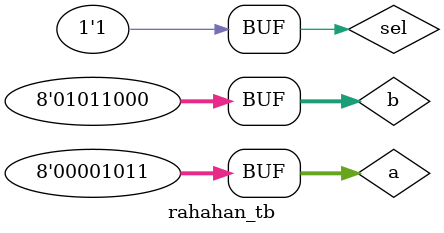
<source format=v>
module rahahan_tb;

reg [7:0] a, b;
reg sel;
wire [7:0] c, d;

rahahan u1(a,b,sel,c,d);
initial begin
$monitor("%d a=%b, b=%b, sel=%b, c=%b, d=%b",$time, a, b, sel, c, d);
#20
a=00000000;
b=11111111;
sel=0;
#20
a=00000000;
b=11111111;
sel=1;
#20
a=00000011;
b=11111000;
sel=0;
#20
a=00000011;
b=11111000;
sel=1;

end 
endmodule


</source>
